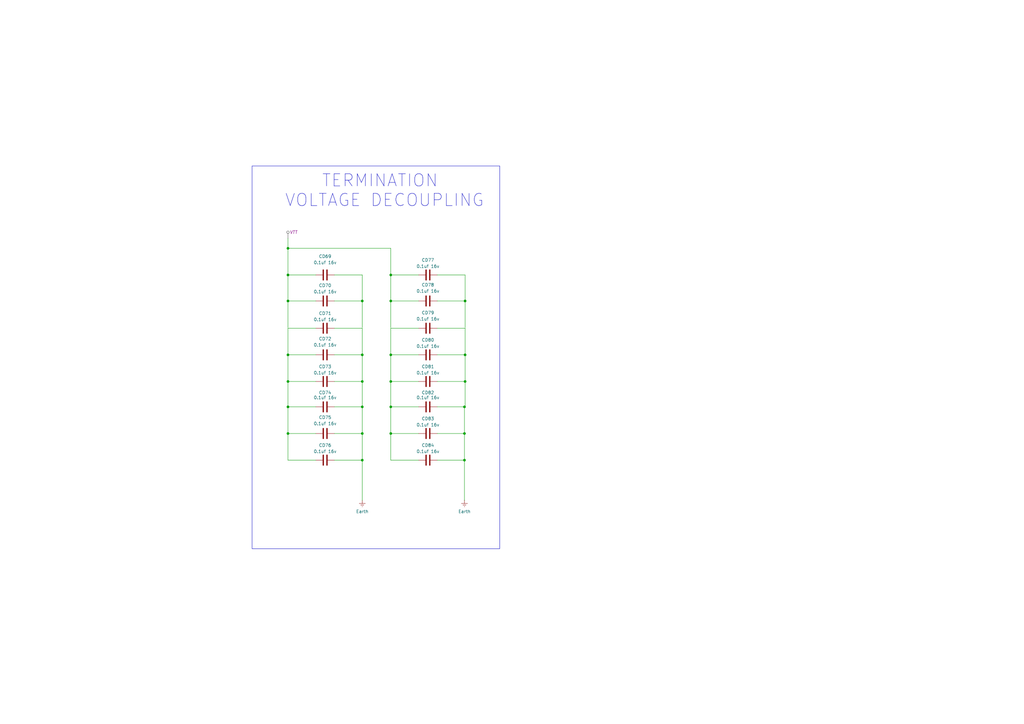
<source format=kicad_sch>
(kicad_sch
	(version 20231120)
	(generator "eeschema")
	(generator_version "8.0")
	(uuid "c21d09c4-6e55-413b-846c-46e45027be87")
	(paper "A3")
	(lib_symbols
		(symbol "Device:C"
			(pin_numbers hide)
			(pin_names
				(offset 0.254)
			)
			(exclude_from_sim no)
			(in_bom yes)
			(on_board yes)
			(property "Reference" "C"
				(at 0.635 2.54 0)
				(effects
					(font
						(size 1.27 1.27)
					)
					(justify left)
				)
			)
			(property "Value" "C"
				(at 0.635 -2.54 0)
				(effects
					(font
						(size 1.27 1.27)
					)
					(justify left)
				)
			)
			(property "Footprint" ""
				(at 0.9652 -3.81 0)
				(effects
					(font
						(size 1.27 1.27)
					)
					(hide yes)
				)
			)
			(property "Datasheet" "~"
				(at 0 0 0)
				(effects
					(font
						(size 1.27 1.27)
					)
					(hide yes)
				)
			)
			(property "Description" "Unpolarized capacitor"
				(at 0 0 0)
				(effects
					(font
						(size 1.27 1.27)
					)
					(hide yes)
				)
			)
			(property "ki_keywords" "cap capacitor"
				(at 0 0 0)
				(effects
					(font
						(size 1.27 1.27)
					)
					(hide yes)
				)
			)
			(property "ki_fp_filters" "C_*"
				(at 0 0 0)
				(effects
					(font
						(size 1.27 1.27)
					)
					(hide yes)
				)
			)
			(symbol "C_0_1"
				(polyline
					(pts
						(xy -2.032 -0.762) (xy 2.032 -0.762)
					)
					(stroke
						(width 0.508)
						(type default)
					)
					(fill
						(type none)
					)
				)
				(polyline
					(pts
						(xy -2.032 0.762) (xy 2.032 0.762)
					)
					(stroke
						(width 0.508)
						(type default)
					)
					(fill
						(type none)
					)
				)
			)
			(symbol "C_1_1"
				(pin passive line
					(at 0 3.81 270)
					(length 2.794)
					(name "~"
						(effects
							(font
								(size 1.27 1.27)
							)
						)
					)
					(number "1"
						(effects
							(font
								(size 1.27 1.27)
							)
						)
					)
				)
				(pin passive line
					(at 0 -3.81 90)
					(length 2.794)
					(name "~"
						(effects
							(font
								(size 1.27 1.27)
							)
						)
					)
					(number "2"
						(effects
							(font
								(size 1.27 1.27)
							)
						)
					)
				)
			)
		)
		(symbol "power:Earth"
			(power)
			(pin_numbers hide)
			(pin_names
				(offset 0) hide)
			(exclude_from_sim no)
			(in_bom yes)
			(on_board yes)
			(property "Reference" "#PWR"
				(at 0 -6.35 0)
				(effects
					(font
						(size 1.27 1.27)
					)
					(hide yes)
				)
			)
			(property "Value" "Earth"
				(at 0 -3.81 0)
				(effects
					(font
						(size 1.27 1.27)
					)
				)
			)
			(property "Footprint" ""
				(at 0 0 0)
				(effects
					(font
						(size 1.27 1.27)
					)
					(hide yes)
				)
			)
			(property "Datasheet" "~"
				(at 0 0 0)
				(effects
					(font
						(size 1.27 1.27)
					)
					(hide yes)
				)
			)
			(property "Description" "Power symbol creates a global label with name \"Earth\""
				(at 0 0 0)
				(effects
					(font
						(size 1.27 1.27)
					)
					(hide yes)
				)
			)
			(property "ki_keywords" "global ground gnd"
				(at 0 0 0)
				(effects
					(font
						(size 1.27 1.27)
					)
					(hide yes)
				)
			)
			(symbol "Earth_0_1"
				(polyline
					(pts
						(xy -0.635 -1.905) (xy 0.635 -1.905)
					)
					(stroke
						(width 0)
						(type default)
					)
					(fill
						(type none)
					)
				)
				(polyline
					(pts
						(xy -0.127 -2.54) (xy 0.127 -2.54)
					)
					(stroke
						(width 0)
						(type default)
					)
					(fill
						(type none)
					)
				)
				(polyline
					(pts
						(xy 0 -1.27) (xy 0 0)
					)
					(stroke
						(width 0)
						(type default)
					)
					(fill
						(type none)
					)
				)
				(polyline
					(pts
						(xy 1.27 -1.27) (xy -1.27 -1.27)
					)
					(stroke
						(width 0)
						(type default)
					)
					(fill
						(type none)
					)
				)
			)
			(symbol "Earth_1_1"
				(pin power_in line
					(at 0 0 270)
					(length 0)
					(name "~"
						(effects
							(font
								(size 1.27 1.27)
							)
						)
					)
					(number "1"
						(effects
							(font
								(size 1.27 1.27)
							)
						)
					)
				)
			)
		)
	)
	(junction
		(at 148.59 188.722)
		(diameter 0)
		(color 0 0 0 0)
		(uuid "00344183-0fb4-4e2a-811e-8d7fa4e30b4e")
	)
	(junction
		(at 118.11 112.776)
		(diameter 0)
		(color 0 0 0 0)
		(uuid "029d30fe-8818-4c31-b664-64aeaa4e35ba")
	)
	(junction
		(at 148.59 145.542)
		(diameter 0)
		(color 0 0 0 0)
		(uuid "0ecd843c-1f40-4071-a912-f7cf5bf131f0")
	)
	(junction
		(at 160.274 123.444)
		(diameter 0)
		(color 0 0 0 0)
		(uuid "1a2b571d-ed00-4272-b078-f4668c846f3c")
	)
	(junction
		(at 190.754 123.444)
		(diameter 0)
		(color 0 0 0 0)
		(uuid "1f2d4889-0414-4768-ac1d-7939945f17f0")
	)
	(junction
		(at 148.59 156.464)
		(diameter 0)
		(color 0 0 0 0)
		(uuid "2610825e-1626-4d10-834f-d46a7d27b49d")
	)
	(junction
		(at 118.11 145.542)
		(diameter 0)
		(color 0 0 0 0)
		(uuid "3373ee89-75cb-4acb-8f4b-8f639f77fb3e")
	)
	(junction
		(at 160.274 112.776)
		(diameter 0)
		(color 0 0 0 0)
		(uuid "33cf294c-4e6d-4087-92cf-b71c8310cb26")
	)
	(junction
		(at 148.59 177.8)
		(diameter 0)
		(color 0 0 0 0)
		(uuid "38638b08-ddd4-4fe7-9c69-933d641e0fae")
	)
	(junction
		(at 190.5 166.878)
		(diameter 0)
		(color 0 0 0 0)
		(uuid "3a5c475f-83e5-49a6-85dc-356e96b37bdb")
	)
	(junction
		(at 160.274 145.542)
		(diameter 0)
		(color 0 0 0 0)
		(uuid "53cd6c8c-f8be-4971-aee7-54b6a813880a")
	)
	(junction
		(at 190.5 188.722)
		(diameter 0)
		(color 0 0 0 0)
		(uuid "56f9d427-daad-4ee4-98b8-a99730393ca5")
	)
	(junction
		(at 148.59 123.444)
		(diameter 0)
		(color 0 0 0 0)
		(uuid "5e2ee59b-663a-47e5-bc9f-b09e6e4b5c56")
	)
	(junction
		(at 160.274 156.464)
		(diameter 0)
		(color 0 0 0 0)
		(uuid "6bb9b655-cc6d-43b7-b328-5e588bb6ebc4")
	)
	(junction
		(at 118.11 156.464)
		(diameter 0)
		(color 0 0 0 0)
		(uuid "7dbd548f-0d95-407a-ba57-550b92482fe7")
	)
	(junction
		(at 118.11 101.854)
		(diameter 0)
		(color 0 0 0 0)
		(uuid "7f2c9090-286b-4fa7-8777-2c00b91e1b04")
	)
	(junction
		(at 190.754 145.542)
		(diameter 0)
		(color 0 0 0 0)
		(uuid "988926c1-4912-41fd-a4c6-6fbb359d4398")
	)
	(junction
		(at 118.11 123.444)
		(diameter 0)
		(color 0 0 0 0)
		(uuid "b353a30b-b572-48b2-86ce-7446e3170f43")
	)
	(junction
		(at 190.754 156.464)
		(diameter 0)
		(color 0 0 0 0)
		(uuid "b87aa18b-e193-42c0-9aa7-833233bdf383")
	)
	(junction
		(at 160.274 177.8)
		(diameter 0)
		(color 0 0 0 0)
		(uuid "bfaab44c-ea73-4dde-93e6-12e79fd4bb0b")
	)
	(junction
		(at 148.59 166.878)
		(diameter 0)
		(color 0 0 0 0)
		(uuid "c0e4d839-0516-4883-95a8-d52f647473fe")
	)
	(junction
		(at 118.11 177.8)
		(diameter 0)
		(color 0 0 0 0)
		(uuid "c185f06c-5cf2-49b5-9947-6e62bbc54db3")
	)
	(junction
		(at 190.5 177.8)
		(diameter 0)
		(color 0 0 0 0)
		(uuid "cdf34434-aa16-4c25-a1b5-f3691dde4203")
	)
	(junction
		(at 160.274 166.878)
		(diameter 0)
		(color 0 0 0 0)
		(uuid "de79dffd-e0a8-474a-a21b-d57942017e6f")
	)
	(junction
		(at 118.11 166.878)
		(diameter 0)
		(color 0 0 0 0)
		(uuid "ec362db0-9661-4cae-9683-946709cc710b")
	)
	(wire
		(pts
			(xy 179.324 188.722) (xy 190.5 188.722)
		)
		(stroke
			(width 0)
			(type default)
		)
		(uuid "00116856-9209-403c-888f-8fe417f4a42a")
	)
	(wire
		(pts
			(xy 137.16 123.444) (xy 148.59 123.444)
		)
		(stroke
			(width 0)
			(type default)
		)
		(uuid "0178c312-8309-4f89-80ab-18d957e80c4e")
	)
	(wire
		(pts
			(xy 160.274 123.444) (xy 160.274 134.366)
		)
		(stroke
			(width 0)
			(type default)
		)
		(uuid "043da112-89a6-44c5-8145-9554a76b484a")
	)
	(wire
		(pts
			(xy 118.11 156.464) (xy 118.11 166.878)
		)
		(stroke
			(width 0)
			(type default)
		)
		(uuid "09a8fd2b-51b6-4910-b1fe-8e50a90ccc94")
	)
	(wire
		(pts
			(xy 190.754 145.542) (xy 190.754 156.464)
		)
		(stroke
			(width 0)
			(type default)
		)
		(uuid "0aa65fd3-9a99-43fd-a121-41fbd9bb96ef")
	)
	(wire
		(pts
			(xy 148.59 123.444) (xy 148.59 134.366)
		)
		(stroke
			(width 0)
			(type default)
		)
		(uuid "0fcf2d63-c85e-41eb-96b8-0b25569b9483")
	)
	(wire
		(pts
			(xy 171.704 145.542) (xy 160.274 145.542)
		)
		(stroke
			(width 0)
			(type default)
		)
		(uuid "12cd3698-3cf8-4c5a-82db-af626256e26b")
	)
	(wire
		(pts
			(xy 137.16 156.464) (xy 148.59 156.464)
		)
		(stroke
			(width 0)
			(type default)
		)
		(uuid "15318786-7e40-42b5-abef-8bbc66de1882")
	)
	(wire
		(pts
			(xy 179.324 145.542) (xy 190.754 145.542)
		)
		(stroke
			(width 0)
			(type default)
		)
		(uuid "19229d88-ffa3-4772-8d31-12834d1d1d4d")
	)
	(wire
		(pts
			(xy 160.274 112.776) (xy 160.274 123.444)
		)
		(stroke
			(width 0)
			(type default)
		)
		(uuid "1b9c72cb-c1c3-4255-b203-cf2e04ddafbc")
	)
	(wire
		(pts
			(xy 190.5 177.8) (xy 190.5 188.722)
		)
		(stroke
			(width 0)
			(type default)
		)
		(uuid "1d833df0-c7cd-4f02-b2ae-29868c73aa18")
	)
	(wire
		(pts
			(xy 171.704 123.444) (xy 160.274 123.444)
		)
		(stroke
			(width 0)
			(type default)
		)
		(uuid "23563300-6909-4212-841d-c7244ec7416e")
	)
	(wire
		(pts
			(xy 179.324 177.8) (xy 190.5 177.8)
		)
		(stroke
			(width 0)
			(type default)
		)
		(uuid "26f818e4-3634-44ef-8db2-28be0567c4f3")
	)
	(wire
		(pts
			(xy 190.754 123.444) (xy 190.754 134.366)
		)
		(stroke
			(width 0)
			(type default)
		)
		(uuid "28937101-0158-4c8d-bbeb-ad5e08a53019")
	)
	(wire
		(pts
			(xy 129.54 145.542) (xy 118.11 145.542)
		)
		(stroke
			(width 0)
			(type default)
		)
		(uuid "293a370a-0102-4a68-9937-5d3c87bccc55")
	)
	(wire
		(pts
			(xy 148.59 145.542) (xy 148.59 156.464)
		)
		(stroke
			(width 0)
			(type default)
		)
		(uuid "2b3e6cef-3a93-4370-b3c3-0f8174325281")
	)
	(wire
		(pts
			(xy 179.324 156.464) (xy 190.754 156.464)
		)
		(stroke
			(width 0)
			(type default)
		)
		(uuid "2bd1f344-3092-42cd-8f7c-0cb41b640925")
	)
	(wire
		(pts
			(xy 148.59 188.722) (xy 148.59 205.232)
		)
		(stroke
			(width 0)
			(type default)
		)
		(uuid "2f8e4ba8-21bc-4483-bb71-940ca2cf023d")
	)
	(wire
		(pts
			(xy 160.274 177.8) (xy 160.274 188.722)
		)
		(stroke
			(width 0)
			(type default)
		)
		(uuid "38c87a8f-0782-4618-8c9a-da0fd8a0da47")
	)
	(wire
		(pts
			(xy 129.54 134.62) (xy 118.11 134.62)
		)
		(stroke
			(width 0)
			(type default)
		)
		(uuid "4a4d5aa6-e955-499f-9a23-c4f29b35880a")
	)
	(wire
		(pts
			(xy 148.59 166.878) (xy 148.59 177.8)
		)
		(stroke
			(width 0)
			(type default)
		)
		(uuid "4c8f92bd-1782-4a5f-9478-144fc767f70b")
	)
	(wire
		(pts
			(xy 118.11 166.878) (xy 118.11 177.8)
		)
		(stroke
			(width 0)
			(type default)
		)
		(uuid "4e7d2b03-6428-4a11-b02c-3b70aa440661")
	)
	(wire
		(pts
			(xy 148.59 156.464) (xy 148.59 166.878)
		)
		(stroke
			(width 0)
			(type default)
		)
		(uuid "504ee209-ec0f-4466-91e5-c69814032be2")
	)
	(wire
		(pts
			(xy 137.16 188.722) (xy 148.59 188.722)
		)
		(stroke
			(width 0)
			(type default)
		)
		(uuid "52b6c83e-197b-459e-817f-32779b5d309a")
	)
	(wire
		(pts
			(xy 118.11 97.79) (xy 118.11 101.854)
		)
		(stroke
			(width 0)
			(type default)
		)
		(uuid "5d03ff06-489d-42db-b99d-306a429eca51")
	)
	(wire
		(pts
			(xy 137.16 112.776) (xy 148.59 112.776)
		)
		(stroke
			(width 0)
			(type default)
		)
		(uuid "5e5f2b89-5359-47e4-9b12-97adac36fa7d")
	)
	(wire
		(pts
			(xy 179.324 134.62) (xy 190.754 134.62)
		)
		(stroke
			(width 0)
			(type default)
		)
		(uuid "6023dece-d475-480b-a5a5-5518cc516ce9")
	)
	(wire
		(pts
			(xy 129.54 156.464) (xy 118.11 156.464)
		)
		(stroke
			(width 0)
			(type default)
		)
		(uuid "665e6974-f2e5-4807-af98-51fdd0cbca16")
	)
	(wire
		(pts
			(xy 137.16 166.878) (xy 148.59 166.878)
		)
		(stroke
			(width 0)
			(type default)
		)
		(uuid "6b160068-b98f-4a46-b16a-0cf5d04e5608")
	)
	(wire
		(pts
			(xy 137.16 134.62) (xy 148.59 134.62)
		)
		(stroke
			(width 0)
			(type default)
		)
		(uuid "6bee7949-4fe3-4ccd-a5a1-d40619c91c0e")
	)
	(wire
		(pts
			(xy 179.324 112.776) (xy 190.754 112.776)
		)
		(stroke
			(width 0)
			(type default)
		)
		(uuid "71744e8c-e16d-4e28-b593-e99bede8eb12")
	)
	(wire
		(pts
			(xy 148.59 134.62) (xy 148.59 145.542)
		)
		(stroke
			(width 0)
			(type default)
		)
		(uuid "74086145-4996-44de-8a89-5b1a36c2205a")
	)
	(wire
		(pts
			(xy 160.274 145.542) (xy 160.274 156.464)
		)
		(stroke
			(width 0)
			(type default)
		)
		(uuid "7779c0c4-9a5d-432f-96e3-f586da8c4a63")
	)
	(wire
		(pts
			(xy 129.54 177.8) (xy 118.11 177.8)
		)
		(stroke
			(width 0)
			(type default)
		)
		(uuid "7a7fb9a4-aae5-4798-9417-144fbaf66efd")
	)
	(wire
		(pts
			(xy 160.274 101.854) (xy 160.274 112.776)
		)
		(stroke
			(width 0)
			(type default)
		)
		(uuid "852574c7-987b-4b03-8b10-22f32a15c747")
	)
	(wire
		(pts
			(xy 190.5 188.722) (xy 190.5 205.232)
		)
		(stroke
			(width 0)
			(type default)
		)
		(uuid "903e0f5e-2c49-4de3-b23c-89b42b53cc13")
	)
	(wire
		(pts
			(xy 171.704 188.722) (xy 160.274 188.722)
		)
		(stroke
			(width 0)
			(type default)
		)
		(uuid "9085271b-d0b8-4d46-91c8-f392f8b76c2a")
	)
	(wire
		(pts
			(xy 190.5 166.878) (xy 190.754 166.878)
		)
		(stroke
			(width 0)
			(type default)
		)
		(uuid "92c1a729-b04b-401f-82f2-6a0650b4879d")
	)
	(wire
		(pts
			(xy 179.324 123.444) (xy 190.754 123.444)
		)
		(stroke
			(width 0)
			(type default)
		)
		(uuid "9ab91f89-4513-44bd-a2d5-89338156a500")
	)
	(wire
		(pts
			(xy 118.11 145.542) (xy 118.11 156.464)
		)
		(stroke
			(width 0)
			(type default)
		)
		(uuid "9d444959-8c4f-4f69-bb9b-8f649281f450")
	)
	(wire
		(pts
			(xy 118.11 134.62) (xy 118.11 145.542)
		)
		(stroke
			(width 0)
			(type default)
		)
		(uuid "9fa425a0-2595-413b-9f51-c24732e39628")
	)
	(wire
		(pts
			(xy 118.11 123.444) (xy 118.11 134.366)
		)
		(stroke
			(width 0)
			(type default)
		)
		(uuid "a1cf51a6-3706-473b-9de2-e99c23ede45f")
	)
	(wire
		(pts
			(xy 129.54 123.444) (xy 118.11 123.444)
		)
		(stroke
			(width 0)
			(type default)
		)
		(uuid "a356dccc-3c81-4d22-a0b5-1a22789e4800")
	)
	(wire
		(pts
			(xy 179.324 166.878) (xy 190.5 166.878)
		)
		(stroke
			(width 0)
			(type default)
		)
		(uuid "a39dee0f-94c6-4da2-83a8-2b00d36776c8")
	)
	(wire
		(pts
			(xy 137.16 145.542) (xy 148.59 145.542)
		)
		(stroke
			(width 0)
			(type default)
		)
		(uuid "a5049ce2-cfc6-4a94-bc11-a7e815faa665")
	)
	(wire
		(pts
			(xy 148.59 112.776) (xy 148.59 123.444)
		)
		(stroke
			(width 0)
			(type default)
		)
		(uuid "a9475796-f24e-4ddd-bd5f-47c7e0b4ef1a")
	)
	(wire
		(pts
			(xy 171.704 112.776) (xy 160.274 112.776)
		)
		(stroke
			(width 0)
			(type default)
		)
		(uuid "abf1b0ed-1854-4007-a5a9-deb37f6cc053")
	)
	(wire
		(pts
			(xy 190.754 134.62) (xy 190.754 145.542)
		)
		(stroke
			(width 0)
			(type default)
		)
		(uuid "b0f1dacc-b124-446a-9743-549dfa63bb4a")
	)
	(wire
		(pts
			(xy 118.11 177.8) (xy 118.11 188.722)
		)
		(stroke
			(width 0)
			(type default)
		)
		(uuid "b4e7c410-6e2b-445d-8de6-7aa472f18083")
	)
	(wire
		(pts
			(xy 137.16 177.8) (xy 148.59 177.8)
		)
		(stroke
			(width 0)
			(type default)
		)
		(uuid "b7250cf1-3fd8-4cf4-87cf-80d023ff1745")
	)
	(wire
		(pts
			(xy 118.11 101.854) (xy 160.274 101.854)
		)
		(stroke
			(width 0)
			(type default)
		)
		(uuid "bb889963-8011-4e85-a14b-7d1398d279bb")
	)
	(wire
		(pts
			(xy 171.704 177.8) (xy 160.274 177.8)
		)
		(stroke
			(width 0)
			(type default)
		)
		(uuid "bb9e61a7-6489-4841-a001-65d7ccf88104")
	)
	(wire
		(pts
			(xy 148.59 177.8) (xy 148.59 188.722)
		)
		(stroke
			(width 0)
			(type default)
		)
		(uuid "bcd29755-0f63-491b-b12c-09fead017967")
	)
	(wire
		(pts
			(xy 129.54 112.776) (xy 118.11 112.776)
		)
		(stroke
			(width 0)
			(type default)
		)
		(uuid "c21314fa-3a77-496a-9572-27c4a5ffb2e3")
	)
	(wire
		(pts
			(xy 118.11 101.854) (xy 118.11 112.776)
		)
		(stroke
			(width 0)
			(type default)
		)
		(uuid "c4800246-2840-44b3-8920-3a852b9f9c35")
	)
	(wire
		(pts
			(xy 171.704 166.878) (xy 160.274 166.878)
		)
		(stroke
			(width 0)
			(type default)
		)
		(uuid "c5a5540f-5885-4be2-86b0-25744e997477")
	)
	(wire
		(pts
			(xy 190.5 166.878) (xy 190.5 177.8)
		)
		(stroke
			(width 0)
			(type default)
		)
		(uuid "cb9b0cc5-4288-46bd-a6a2-18751576cc7c")
	)
	(wire
		(pts
			(xy 118.11 112.776) (xy 118.11 123.444)
		)
		(stroke
			(width 0)
			(type default)
		)
		(uuid "cf45213e-835b-4dd3-83bd-04c11adbd9ed")
	)
	(wire
		(pts
			(xy 190.754 156.464) (xy 190.754 166.878)
		)
		(stroke
			(width 0)
			(type default)
		)
		(uuid "d12c1dbd-d171-4343-aa72-9f5af3833a48")
	)
	(wire
		(pts
			(xy 160.274 156.464) (xy 160.274 166.878)
		)
		(stroke
			(width 0)
			(type default)
		)
		(uuid "d517f18d-f60a-46b2-8b6e-e284b3f46517")
	)
	(wire
		(pts
			(xy 129.54 188.722) (xy 118.11 188.722)
		)
		(stroke
			(width 0)
			(type default)
		)
		(uuid "d64c7be8-762d-4b64-9199-375d73eb2dff")
	)
	(wire
		(pts
			(xy 160.274 134.62) (xy 160.274 145.542)
		)
		(stroke
			(width 0)
			(type default)
		)
		(uuid "d9ceb072-96eb-42df-84ca-611aefd36bae")
	)
	(wire
		(pts
			(xy 190.754 112.776) (xy 190.754 123.444)
		)
		(stroke
			(width 0)
			(type default)
		)
		(uuid "de98b792-f4d8-495f-8d0a-272018481b7c")
	)
	(wire
		(pts
			(xy 171.704 156.464) (xy 160.274 156.464)
		)
		(stroke
			(width 0)
			(type default)
		)
		(uuid "ea8fe663-b1d0-40be-b83c-4ddb46afc8fb")
	)
	(wire
		(pts
			(xy 171.704 134.62) (xy 160.274 134.62)
		)
		(stroke
			(width 0)
			(type default)
		)
		(uuid "ecfcda8f-962f-40d8-8032-41e196d8c2fb")
	)
	(wire
		(pts
			(xy 160.274 166.878) (xy 160.274 177.8)
		)
		(stroke
			(width 0)
			(type default)
		)
		(uuid "f10043be-ea60-47b7-a064-155d7e26ed42")
	)
	(wire
		(pts
			(xy 129.54 166.878) (xy 118.11 166.878)
		)
		(stroke
			(width 0)
			(type default)
		)
		(uuid "f35ce833-0474-4c3f-8788-8958951483c4")
	)
	(rectangle
		(start 103.378 68.072)
		(end 204.978 225.044)
		(stroke
			(width 0)
			(type default)
		)
		(fill
			(type none)
		)
		(uuid 3d061444-273b-4cd2-989e-779bc920ac0c)
	)
	(text "TERMINATION \nVOLTAGE DECOUPLING"
		(exclude_from_sim no)
		(at 157.734 78.232 0)
		(effects
			(font
				(size 5 5)
			)
		)
		(uuid "1547a883-a80c-429b-b863-9f54b28375c6")
	)
	(netclass_flag ""
		(length 2.54)
		(shape round)
		(at 118.11 97.79 0)
		(effects
			(font
				(size 1.27 1.27)
			)
			(justify left bottom)
		)
		(uuid "350113e8-a8ab-41f5-9fd7-d113f4f471b0")
		(property "Netclass" "VTT"
			(at 118.8085 95.25 0)
			(effects
				(font
					(size 1.27 1.27)
					(italic yes)
				)
				(justify left)
			)
		)
	)
	(symbol
		(lib_id "Device:C")
		(at 133.35 145.542 270)
		(unit 1)
		(exclude_from_sim no)
		(in_bom yes)
		(on_board yes)
		(dnp no)
		(uuid "070c7a2e-f822-4c4a-8045-7c5b929ca44b")
		(property "Reference" "CD72"
			(at 133.35 138.938 90)
			(effects
				(font
					(size 1.27 1.27)
				)
			)
		)
		(property "Value" "0.1uf 16v"
			(at 133.35 141.478 90)
			(effects
				(font
					(size 1.27 1.27)
				)
			)
		)
		(property "Footprint" "Capacitor_SMD:C_0201_0603Metric"
			(at 129.54 146.5072 0)
			(effects
				(font
					(size 1.27 1.27)
				)
				(hide yes)
			)
		)
		(property "Datasheet" "~"
			(at 133.35 145.542 0)
			(effects
				(font
					(size 1.27 1.27)
				)
				(hide yes)
			)
		)
		(property "Description" "Unpolarized capacitor"
			(at 133.35 145.542 0)
			(effects
				(font
					(size 1.27 1.27)
				)
				(hide yes)
			)
		)
		(pin "2"
			(uuid "d72bb3bd-283d-4ee2-9951-56f8a005afb1")
		)
		(pin "1"
			(uuid "a0d382f2-2d82-4b6a-937f-c7fee65180e4")
		)
		(instances
			(project "440BX REFERENCE DESIGN"
				(path "/373c3af7-3bc7-49b4-93d6-3114ef59c408/3584838d-96ec-434f-8ee3-bf4475f0a009"
					(reference "CD72")
					(unit 1)
				)
			)
		)
	)
	(symbol
		(lib_id "Device:C")
		(at 175.514 177.8 270)
		(unit 1)
		(exclude_from_sim no)
		(in_bom yes)
		(on_board yes)
		(dnp no)
		(uuid "38d0ce05-021c-4b7b-88bf-3828b61eed0a")
		(property "Reference" "CD83"
			(at 175.514 171.704 90)
			(effects
				(font
					(size 1.27 1.27)
				)
			)
		)
		(property "Value" "0.1uf 16v"
			(at 175.514 174.244 90)
			(effects
				(font
					(size 1.27 1.27)
				)
			)
		)
		(property "Footprint" "Capacitor_SMD:C_0201_0603Metric"
			(at 171.704 178.7652 0)
			(effects
				(font
					(size 1.27 1.27)
				)
				(hide yes)
			)
		)
		(property "Datasheet" "~"
			(at 175.514 177.8 0)
			(effects
				(font
					(size 1.27 1.27)
				)
				(hide yes)
			)
		)
		(property "Description" "Unpolarized capacitor"
			(at 175.514 177.8 0)
			(effects
				(font
					(size 1.27 1.27)
				)
				(hide yes)
			)
		)
		(pin "2"
			(uuid "c68e1088-422c-4438-a822-5e73e74924eb")
		)
		(pin "1"
			(uuid "ca4dbf67-ff48-424a-b6e4-9995223446a5")
		)
		(instances
			(project "440BX REFERENCE DESIGN"
				(path "/373c3af7-3bc7-49b4-93d6-3114ef59c408/3584838d-96ec-434f-8ee3-bf4475f0a009"
					(reference "CD83")
					(unit 1)
				)
			)
		)
	)
	(symbol
		(lib_id "Device:C")
		(at 133.35 112.776 270)
		(unit 1)
		(exclude_from_sim no)
		(in_bom yes)
		(on_board yes)
		(dnp no)
		(fields_autoplaced yes)
		(uuid "414f361e-dd9e-4179-9f64-294d7f89dc9f")
		(property "Reference" "CD69"
			(at 133.35 105.156 90)
			(effects
				(font
					(size 1.27 1.27)
				)
			)
		)
		(property "Value" "0.1uf 16v"
			(at 133.35 107.696 90)
			(effects
				(font
					(size 1.27 1.27)
				)
			)
		)
		(property "Footprint" "Capacitor_SMD:C_0201_0603Metric"
			(at 129.54 113.7412 0)
			(effects
				(font
					(size 1.27 1.27)
				)
				(hide yes)
			)
		)
		(property "Datasheet" "~"
			(at 133.35 112.776 0)
			(effects
				(font
					(size 1.27 1.27)
				)
				(hide yes)
			)
		)
		(property "Description" "Unpolarized capacitor"
			(at 133.35 112.776 0)
			(effects
				(font
					(size 1.27 1.27)
				)
				(hide yes)
			)
		)
		(pin "2"
			(uuid "262d6062-d6b5-4468-8296-6eab07dc9400")
		)
		(pin "1"
			(uuid "a3d993d5-b22c-4a96-afb4-226e2210eb64")
		)
		(instances
			(project "440BX REFERENCE DESIGN"
				(path "/373c3af7-3bc7-49b4-93d6-3114ef59c408/3584838d-96ec-434f-8ee3-bf4475f0a009"
					(reference "CD69")
					(unit 1)
				)
			)
		)
	)
	(symbol
		(lib_id "Device:C")
		(at 175.514 188.722 270)
		(unit 1)
		(exclude_from_sim no)
		(in_bom yes)
		(on_board yes)
		(dnp no)
		(uuid "438bdfae-7af8-490a-b098-58f523178296")
		(property "Reference" "CD84"
			(at 175.514 182.626 90)
			(effects
				(font
					(size 1.27 1.27)
				)
			)
		)
		(property "Value" "0.1uf 16v"
			(at 175.514 185.166 90)
			(effects
				(font
					(size 1.27 1.27)
				)
			)
		)
		(property "Footprint" "Capacitor_SMD:C_0201_0603Metric"
			(at 171.704 189.6872 0)
			(effects
				(font
					(size 1.27 1.27)
				)
				(hide yes)
			)
		)
		(property "Datasheet" "~"
			(at 175.514 188.722 0)
			(effects
				(font
					(size 1.27 1.27)
				)
				(hide yes)
			)
		)
		(property "Description" "Unpolarized capacitor"
			(at 175.514 188.722 0)
			(effects
				(font
					(size 1.27 1.27)
				)
				(hide yes)
			)
		)
		(pin "2"
			(uuid "cf69338f-ac9e-4369-876b-decfa63eeafb")
		)
		(pin "1"
			(uuid "b502ff68-e1fe-49e7-adfc-d8a3a5293020")
		)
		(instances
			(project "440BX REFERENCE DESIGN"
				(path "/373c3af7-3bc7-49b4-93d6-3114ef59c408/3584838d-96ec-434f-8ee3-bf4475f0a009"
					(reference "CD84")
					(unit 1)
				)
			)
		)
	)
	(symbol
		(lib_id "power:Earth")
		(at 148.59 205.232 0)
		(unit 1)
		(exclude_from_sim no)
		(in_bom yes)
		(on_board yes)
		(dnp no)
		(fields_autoplaced yes)
		(uuid "4f30095d-3504-4651-90b9-47d70d6ce398")
		(property "Reference" "#PWR023001"
			(at 148.59 211.582 0)
			(effects
				(font
					(size 1.27 1.27)
				)
				(hide yes)
			)
		)
		(property "Value" "Earth"
			(at 148.59 209.804 0)
			(effects
				(font
					(size 1.27 1.27)
				)
			)
		)
		(property "Footprint" ""
			(at 148.59 205.232 0)
			(effects
				(font
					(size 1.27 1.27)
				)
				(hide yes)
			)
		)
		(property "Datasheet" "~"
			(at 148.59 205.232 0)
			(effects
				(font
					(size 1.27 1.27)
				)
				(hide yes)
			)
		)
		(property "Description" "Power symbol creates a global label with name \"Earth\""
			(at 148.59 205.232 0)
			(effects
				(font
					(size 1.27 1.27)
				)
				(hide yes)
			)
		)
		(pin "1"
			(uuid "eace1c74-8f8e-4f9b-bf3e-eaab823b2a97")
		)
		(instances
			(project "440BX REFERENCE DESIGN"
				(path "/373c3af7-3bc7-49b4-93d6-3114ef59c408/3584838d-96ec-434f-8ee3-bf4475f0a009"
					(reference "#PWR023001")
					(unit 1)
				)
			)
		)
	)
	(symbol
		(lib_id "Device:C")
		(at 133.35 134.62 270)
		(unit 1)
		(exclude_from_sim no)
		(in_bom yes)
		(on_board yes)
		(dnp no)
		(uuid "69443d23-122c-4816-960f-3326afbb9d79")
		(property "Reference" "CD71"
			(at 133.35 128.524 90)
			(effects
				(font
					(size 1.27 1.27)
				)
			)
		)
		(property "Value" "0.1uf 16v"
			(at 133.35 131.064 90)
			(effects
				(font
					(size 1.27 1.27)
				)
			)
		)
		(property "Footprint" "Capacitor_SMD:C_0201_0603Metric"
			(at 129.54 135.5852 0)
			(effects
				(font
					(size 1.27 1.27)
				)
				(hide yes)
			)
		)
		(property "Datasheet" "~"
			(at 133.35 134.62 0)
			(effects
				(font
					(size 1.27 1.27)
				)
				(hide yes)
			)
		)
		(property "Description" "Unpolarized capacitor"
			(at 133.35 134.62 0)
			(effects
				(font
					(size 1.27 1.27)
				)
				(hide yes)
			)
		)
		(pin "2"
			(uuid "53bd5c10-decc-40d8-8723-602be5a9df39")
		)
		(pin "1"
			(uuid "cdb7626b-cb52-4f92-b5cc-64abb2f96634")
		)
		(instances
			(project "440BX REFERENCE DESIGN"
				(path "/373c3af7-3bc7-49b4-93d6-3114ef59c408/3584838d-96ec-434f-8ee3-bf4475f0a009"
					(reference "CD71")
					(unit 1)
				)
			)
		)
	)
	(symbol
		(lib_id "Device:C")
		(at 175.514 156.464 270)
		(unit 1)
		(exclude_from_sim no)
		(in_bom yes)
		(on_board yes)
		(dnp no)
		(uuid "69b5dd28-da68-4112-86b3-f03d3d2f3563")
		(property "Reference" "CD81"
			(at 175.514 150.368 90)
			(effects
				(font
					(size 1.27 1.27)
				)
			)
		)
		(property "Value" "0.1uf 16v"
			(at 175.514 152.908 90)
			(effects
				(font
					(size 1.27 1.27)
				)
			)
		)
		(property "Footprint" "Capacitor_SMD:C_0201_0603Metric"
			(at 171.704 157.4292 0)
			(effects
				(font
					(size 1.27 1.27)
				)
				(hide yes)
			)
		)
		(property "Datasheet" "~"
			(at 175.514 156.464 0)
			(effects
				(font
					(size 1.27 1.27)
				)
				(hide yes)
			)
		)
		(property "Description" "Unpolarized capacitor"
			(at 175.514 156.464 0)
			(effects
				(font
					(size 1.27 1.27)
				)
				(hide yes)
			)
		)
		(pin "2"
			(uuid "f3272696-a3ef-4424-b29a-b88064087839")
		)
		(pin "1"
			(uuid "4f52804c-b2b0-43eb-b3a3-23cfa4bb01e7")
		)
		(instances
			(project "440BX REFERENCE DESIGN"
				(path "/373c3af7-3bc7-49b4-93d6-3114ef59c408/3584838d-96ec-434f-8ee3-bf4475f0a009"
					(reference "CD81")
					(unit 1)
				)
			)
		)
	)
	(symbol
		(lib_id "Device:C")
		(at 175.514 145.542 270)
		(unit 1)
		(exclude_from_sim no)
		(in_bom yes)
		(on_board yes)
		(dnp no)
		(uuid "6b21aefd-07e7-42bf-8aec-8dc990455dca")
		(property "Reference" "CD80"
			(at 175.514 139.446 90)
			(effects
				(font
					(size 1.27 1.27)
				)
			)
		)
		(property "Value" "0.1uf 16v"
			(at 175.514 141.986 90)
			(effects
				(font
					(size 1.27 1.27)
				)
			)
		)
		(property "Footprint" "Capacitor_SMD:C_0201_0603Metric"
			(at 171.704 146.5072 0)
			(effects
				(font
					(size 1.27 1.27)
				)
				(hide yes)
			)
		)
		(property "Datasheet" "~"
			(at 175.514 145.542 0)
			(effects
				(font
					(size 1.27 1.27)
				)
				(hide yes)
			)
		)
		(property "Description" "Unpolarized capacitor"
			(at 175.514 145.542 0)
			(effects
				(font
					(size 1.27 1.27)
				)
				(hide yes)
			)
		)
		(pin "2"
			(uuid "6b7adf2d-31a1-47ea-991e-aaf28fda0712")
		)
		(pin "1"
			(uuid "6a2105c3-5fdf-4adf-b431-40bfd53852e6")
		)
		(instances
			(project "440BX REFERENCE DESIGN"
				(path "/373c3af7-3bc7-49b4-93d6-3114ef59c408/3584838d-96ec-434f-8ee3-bf4475f0a009"
					(reference "CD80")
					(unit 1)
				)
			)
		)
	)
	(symbol
		(lib_id "Device:C")
		(at 133.35 123.444 270)
		(unit 1)
		(exclude_from_sim no)
		(in_bom yes)
		(on_board yes)
		(dnp no)
		(uuid "9284be45-9488-4de5-8be1-57b88fc5658c")
		(property "Reference" "CD70"
			(at 133.35 117.094 90)
			(effects
				(font
					(size 1.27 1.27)
				)
			)
		)
		(property "Value" "0.1uf 16v"
			(at 133.35 119.634 90)
			(effects
				(font
					(size 1.27 1.27)
				)
			)
		)
		(property "Footprint" "Capacitor_SMD:C_0201_0603Metric"
			(at 129.54 124.4092 0)
			(effects
				(font
					(size 1.27 1.27)
				)
				(hide yes)
			)
		)
		(property "Datasheet" "~"
			(at 133.35 123.444 0)
			(effects
				(font
					(size 1.27 1.27)
				)
				(hide yes)
			)
		)
		(property "Description" "Unpolarized capacitor"
			(at 133.35 123.444 0)
			(effects
				(font
					(size 1.27 1.27)
				)
				(hide yes)
			)
		)
		(pin "2"
			(uuid "822a9867-264c-423f-ba6a-9d8120f8d00a")
		)
		(pin "1"
			(uuid "8f57b5a4-0982-41b4-bc66-21f92f7caf14")
		)
		(instances
			(project "440BX REFERENCE DESIGN"
				(path "/373c3af7-3bc7-49b4-93d6-3114ef59c408/3584838d-96ec-434f-8ee3-bf4475f0a009"
					(reference "CD70")
					(unit 1)
				)
			)
		)
	)
	(symbol
		(lib_id "Device:C")
		(at 175.514 123.444 270)
		(unit 1)
		(exclude_from_sim no)
		(in_bom yes)
		(on_board yes)
		(dnp no)
		(uuid "a9ae7b06-3ec6-40d1-9a36-f1218fdf499f")
		(property "Reference" "CD78"
			(at 175.514 116.84 90)
			(effects
				(font
					(size 1.27 1.27)
				)
			)
		)
		(property "Value" "0.1uf 16v"
			(at 175.514 119.38 90)
			(effects
				(font
					(size 1.27 1.27)
				)
			)
		)
		(property "Footprint" "Capacitor_SMD:C_0201_0603Metric"
			(at 171.704 124.4092 0)
			(effects
				(font
					(size 1.27 1.27)
				)
				(hide yes)
			)
		)
		(property "Datasheet" "~"
			(at 175.514 123.444 0)
			(effects
				(font
					(size 1.27 1.27)
				)
				(hide yes)
			)
		)
		(property "Description" "Unpolarized capacitor"
			(at 175.514 123.444 0)
			(effects
				(font
					(size 1.27 1.27)
				)
				(hide yes)
			)
		)
		(pin "2"
			(uuid "89bb5f82-283f-45ce-b42c-c81230929cc8")
		)
		(pin "1"
			(uuid "23260d17-77cd-45e8-839f-5619d8688144")
		)
		(instances
			(project "440BX REFERENCE DESIGN"
				(path "/373c3af7-3bc7-49b4-93d6-3114ef59c408/3584838d-96ec-434f-8ee3-bf4475f0a009"
					(reference "CD78")
					(unit 1)
				)
			)
		)
	)
	(symbol
		(lib_id "Device:C")
		(at 133.35 156.464 270)
		(unit 1)
		(exclude_from_sim no)
		(in_bom yes)
		(on_board yes)
		(dnp no)
		(uuid "b1e8201f-3c43-4fa4-9c97-6c5a6dea755d")
		(property "Reference" "CD73"
			(at 133.35 150.368 90)
			(effects
				(font
					(size 1.27 1.27)
				)
			)
		)
		(property "Value" "0.1uf 16v"
			(at 133.35 152.908 90)
			(effects
				(font
					(size 1.27 1.27)
				)
			)
		)
		(property "Footprint" "Capacitor_SMD:C_0201_0603Metric"
			(at 129.54 157.4292 0)
			(effects
				(font
					(size 1.27 1.27)
				)
				(hide yes)
			)
		)
		(property "Datasheet" "~"
			(at 133.35 156.464 0)
			(effects
				(font
					(size 1.27 1.27)
				)
				(hide yes)
			)
		)
		(property "Description" "Unpolarized capacitor"
			(at 133.35 156.464 0)
			(effects
				(font
					(size 1.27 1.27)
				)
				(hide yes)
			)
		)
		(pin "2"
			(uuid "96694b0a-85f0-4df9-8cc0-12c472fea91c")
		)
		(pin "1"
			(uuid "267ed8f3-62ca-443e-b8b2-c30de60a0f2e")
		)
		(instances
			(project "440BX REFERENCE DESIGN"
				(path "/373c3af7-3bc7-49b4-93d6-3114ef59c408/3584838d-96ec-434f-8ee3-bf4475f0a009"
					(reference "CD73")
					(unit 1)
				)
			)
		)
	)
	(symbol
		(lib_id "Device:C")
		(at 175.514 166.878 270)
		(unit 1)
		(exclude_from_sim no)
		(in_bom yes)
		(on_board yes)
		(dnp no)
		(uuid "b73bf5b7-dc4a-4572-839c-3f3aab1c7fe6")
		(property "Reference" "CD82"
			(at 175.514 161.036 90)
			(effects
				(font
					(size 1.27 1.27)
				)
			)
		)
		(property "Value" "0.1uf 16v"
			(at 175.514 163.068 90)
			(effects
				(font
					(size 1.27 1.27)
				)
			)
		)
		(property "Footprint" "Capacitor_SMD:C_0201_0603Metric"
			(at 171.704 167.8432 0)
			(effects
				(font
					(size 1.27 1.27)
				)
				(hide yes)
			)
		)
		(property "Datasheet" "~"
			(at 175.514 166.878 0)
			(effects
				(font
					(size 1.27 1.27)
				)
				(hide yes)
			)
		)
		(property "Description" "Unpolarized capacitor"
			(at 175.514 166.878 0)
			(effects
				(font
					(size 1.27 1.27)
				)
				(hide yes)
			)
		)
		(pin "2"
			(uuid "84a8b708-d3c0-44bc-b724-484151a0514f")
		)
		(pin "1"
			(uuid "14f1c885-9534-44bc-91f3-0bbebb96123f")
		)
		(instances
			(project "440BX REFERENCE DESIGN"
				(path "/373c3af7-3bc7-49b4-93d6-3114ef59c408/3584838d-96ec-434f-8ee3-bf4475f0a009"
					(reference "CD82")
					(unit 1)
				)
			)
		)
	)
	(symbol
		(lib_id "power:Earth")
		(at 190.5 205.232 0)
		(unit 1)
		(exclude_from_sim no)
		(in_bom yes)
		(on_board yes)
		(dnp no)
		(fields_autoplaced yes)
		(uuid "c2e69fb2-2738-4d27-b442-355eca12fce0")
		(property "Reference" "#PWR023002"
			(at 190.5 211.582 0)
			(effects
				(font
					(size 1.27 1.27)
				)
				(hide yes)
			)
		)
		(property "Value" "Earth"
			(at 190.5 209.804 0)
			(effects
				(font
					(size 1.27 1.27)
				)
			)
		)
		(property "Footprint" ""
			(at 190.5 205.232 0)
			(effects
				(font
					(size 1.27 1.27)
				)
				(hide yes)
			)
		)
		(property "Datasheet" "~"
			(at 190.5 205.232 0)
			(effects
				(font
					(size 1.27 1.27)
				)
				(hide yes)
			)
		)
		(property "Description" "Power symbol creates a global label with name \"Earth\""
			(at 190.5 205.232 0)
			(effects
				(font
					(size 1.27 1.27)
				)
				(hide yes)
			)
		)
		(pin "1"
			(uuid "15afee62-3521-4233-8bbf-0a59e1f26335")
		)
		(instances
			(project "440BX REFERENCE DESIGN"
				(path "/373c3af7-3bc7-49b4-93d6-3114ef59c408/3584838d-96ec-434f-8ee3-bf4475f0a009"
					(reference "#PWR023002")
					(unit 1)
				)
			)
		)
	)
	(symbol
		(lib_id "Device:C")
		(at 133.35 177.8 270)
		(unit 1)
		(exclude_from_sim no)
		(in_bom yes)
		(on_board yes)
		(dnp no)
		(uuid "dbd10b2d-8b1e-4a24-9406-b7cd4e79984e")
		(property "Reference" "CD75"
			(at 133.35 171.196 90)
			(effects
				(font
					(size 1.27 1.27)
				)
			)
		)
		(property "Value" "0.1uf 16v"
			(at 133.35 173.736 90)
			(effects
				(font
					(size 1.27 1.27)
				)
			)
		)
		(property "Footprint" "Capacitor_SMD:C_0201_0603Metric"
			(at 129.54 178.7652 0)
			(effects
				(font
					(size 1.27 1.27)
				)
				(hide yes)
			)
		)
		(property "Datasheet" "~"
			(at 133.35 177.8 0)
			(effects
				(font
					(size 1.27 1.27)
				)
				(hide yes)
			)
		)
		(property "Description" "Unpolarized capacitor"
			(at 133.35 177.8 0)
			(effects
				(font
					(size 1.27 1.27)
				)
				(hide yes)
			)
		)
		(pin "2"
			(uuid "d97ca613-db1b-4bfe-b196-c47b5c41393d")
		)
		(pin "1"
			(uuid "f357ada5-124c-43c2-ad4c-6fbcc33f6e9a")
		)
		(instances
			(project "440BX REFERENCE DESIGN"
				(path "/373c3af7-3bc7-49b4-93d6-3114ef59c408/3584838d-96ec-434f-8ee3-bf4475f0a009"
					(reference "CD75")
					(unit 1)
				)
			)
		)
	)
	(symbol
		(lib_id "Device:C")
		(at 133.35 188.722 270)
		(unit 1)
		(exclude_from_sim no)
		(in_bom yes)
		(on_board yes)
		(dnp no)
		(uuid "e20816b1-d5b8-45db-ae03-75b545e2ed1c")
		(property "Reference" "CD76"
			(at 133.35 182.626 90)
			(effects
				(font
					(size 1.27 1.27)
				)
			)
		)
		(property "Value" "0.1uf 16v"
			(at 133.35 185.166 90)
			(effects
				(font
					(size 1.27 1.27)
				)
			)
		)
		(property "Footprint" "Capacitor_SMD:C_0201_0603Metric"
			(at 129.54 189.6872 0)
			(effects
				(font
					(size 1.27 1.27)
				)
				(hide yes)
			)
		)
		(property "Datasheet" "~"
			(at 133.35 188.722 0)
			(effects
				(font
					(size 1.27 1.27)
				)
				(hide yes)
			)
		)
		(property "Description" "Unpolarized capacitor"
			(at 133.35 188.722 0)
			(effects
				(font
					(size 1.27 1.27)
				)
				(hide yes)
			)
		)
		(pin "2"
			(uuid "50b8b6da-54b0-47eb-bb8b-bdb7f4f3db4a")
		)
		(pin "1"
			(uuid "d35bcb34-eca9-41e8-aaed-826670efa511")
		)
		(instances
			(project "440BX REFERENCE DESIGN"
				(path "/373c3af7-3bc7-49b4-93d6-3114ef59c408/3584838d-96ec-434f-8ee3-bf4475f0a009"
					(reference "CD76")
					(unit 1)
				)
			)
		)
	)
	(symbol
		(lib_id "Device:C")
		(at 175.514 134.62 270)
		(unit 1)
		(exclude_from_sim no)
		(in_bom yes)
		(on_board yes)
		(dnp no)
		(uuid "e246f718-7380-437d-9bc5-470d733611bd")
		(property "Reference" "CD79"
			(at 175.514 128.27 90)
			(effects
				(font
					(size 1.27 1.27)
				)
			)
		)
		(property "Value" "0.1uf 16v"
			(at 175.514 130.81 90)
			(effects
				(font
					(size 1.27 1.27)
				)
			)
		)
		(property "Footprint" "Capacitor_SMD:C_0201_0603Metric"
			(at 171.704 135.5852 0)
			(effects
				(font
					(size 1.27 1.27)
				)
				(hide yes)
			)
		)
		(property "Datasheet" "~"
			(at 175.514 134.62 0)
			(effects
				(font
					(size 1.27 1.27)
				)
				(hide yes)
			)
		)
		(property "Description" "Unpolarized capacitor"
			(at 175.514 134.62 0)
			(effects
				(font
					(size 1.27 1.27)
				)
				(hide yes)
			)
		)
		(pin "2"
			(uuid "b6aa2d31-055b-43ea-916f-c402851ac797")
		)
		(pin "1"
			(uuid "a9bb68f3-e87b-43a8-aef9-2c0a53b3b650")
		)
		(instances
			(project "440BX REFERENCE DESIGN"
				(path "/373c3af7-3bc7-49b4-93d6-3114ef59c408/3584838d-96ec-434f-8ee3-bf4475f0a009"
					(reference "CD79")
					(unit 1)
				)
			)
		)
	)
	(symbol
		(lib_id "Device:C")
		(at 133.35 166.878 270)
		(unit 1)
		(exclude_from_sim no)
		(in_bom yes)
		(on_board yes)
		(dnp no)
		(uuid "f67ba310-3cfb-4d71-8a19-74616e4ba10f")
		(property "Reference" "CD74"
			(at 133.35 161.036 90)
			(effects
				(font
					(size 1.27 1.27)
				)
			)
		)
		(property "Value" "0.1uf 16v"
			(at 133.35 163.068 90)
			(effects
				(font
					(size 1.27 1.27)
				)
			)
		)
		(property "Footprint" "Capacitor_SMD:C_0201_0603Metric"
			(at 129.54 167.8432 0)
			(effects
				(font
					(size 1.27 1.27)
				)
				(hide yes)
			)
		)
		(property "Datasheet" "~"
			(at 133.35 166.878 0)
			(effects
				(font
					(size 1.27 1.27)
				)
				(hide yes)
			)
		)
		(property "Description" "Unpolarized capacitor"
			(at 133.35 166.878 0)
			(effects
				(font
					(size 1.27 1.27)
				)
				(hide yes)
			)
		)
		(pin "2"
			(uuid "43e6e243-780a-47e0-a7cf-a19192f4d643")
		)
		(pin "1"
			(uuid "b3311ae1-266d-4bf9-a267-a36f2805bb25")
		)
		(instances
			(project "440BX REFERENCE DESIGN"
				(path "/373c3af7-3bc7-49b4-93d6-3114ef59c408/3584838d-96ec-434f-8ee3-bf4475f0a009"
					(reference "CD74")
					(unit 1)
				)
			)
		)
	)
	(symbol
		(lib_id "Device:C")
		(at 175.514 112.776 270)
		(unit 1)
		(exclude_from_sim no)
		(in_bom yes)
		(on_board yes)
		(dnp no)
		(uuid "fc109f13-7230-446b-a80e-b12a5ac3e107")
		(property "Reference" "CD77"
			(at 175.514 106.68 90)
			(effects
				(font
					(size 1.27 1.27)
				)
			)
		)
		(property "Value" "0.1uf 16v"
			(at 175.514 109.22 90)
			(effects
				(font
					(size 1.27 1.27)
				)
			)
		)
		(property "Footprint" "Capacitor_SMD:C_0201_0603Metric"
			(at 171.704 113.7412 0)
			(effects
				(font
					(size 1.27 1.27)
				)
				(hide yes)
			)
		)
		(property "Datasheet" "~"
			(at 175.514 112.776 0)
			(effects
				(font
					(size 1.27 1.27)
				)
				(hide yes)
			)
		)
		(property "Description" "Unpolarized capacitor"
			(at 175.514 112.776 0)
			(effects
				(font
					(size 1.27 1.27)
				)
				(hide yes)
			)
		)
		(pin "2"
			(uuid "7e0fcbc1-8387-4b72-ac3f-8c724ad1d8f7")
		)
		(pin "1"
			(uuid "8014c9be-5e8a-41cd-a0f9-28e31926d6f2")
		)
		(instances
			(project "440BX REFERENCE DESIGN"
				(path "/373c3af7-3bc7-49b4-93d6-3114ef59c408/3584838d-96ec-434f-8ee3-bf4475f0a009"
					(reference "CD77")
					(unit 1)
				)
			)
		)
	)
)

</source>
